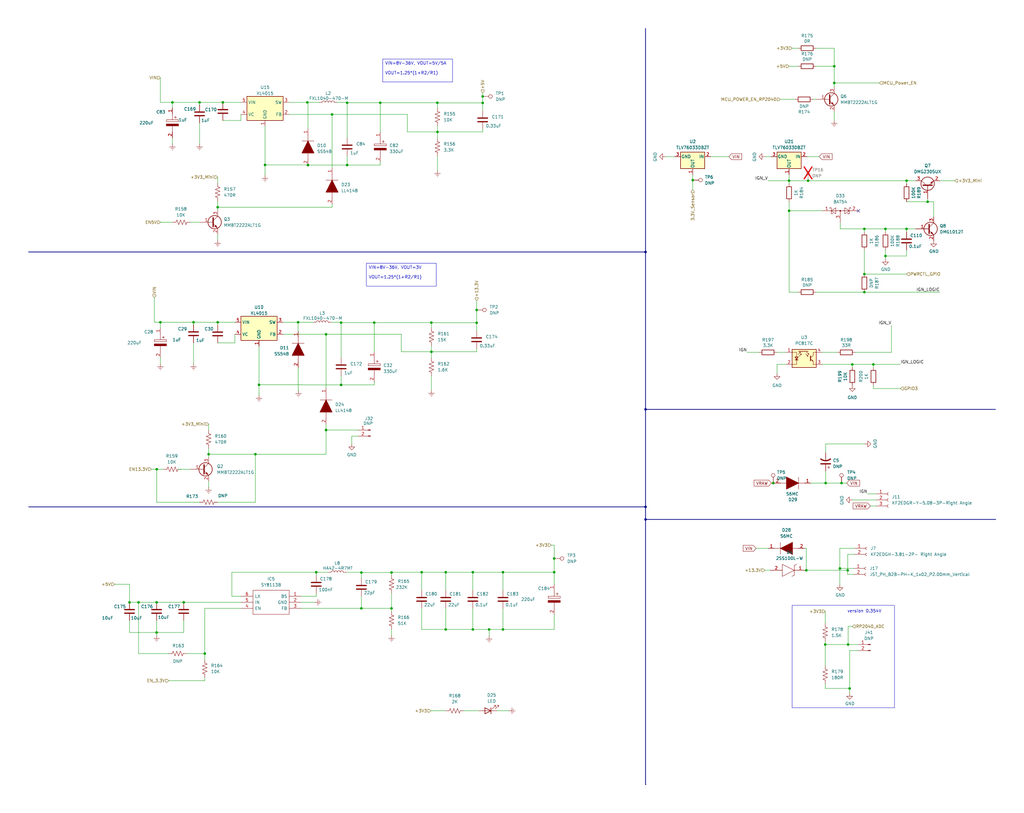
<source format=kicad_sch>
(kicad_sch (version 20231120) (generator "eeschema") (generator_version "8.0")
  (paper "User" 431.8 342.9)
  (junction (at 77.47 254))
  (junction (at 87.9567 191.5238))
  (junction (at 109.22 162.2591))
  (junction (at 66.04 266.7))
  (junction (at 382.27 96.52))
  (junction (at 272.2111 219.027))
  (junction (at 81.6019 135.89))
  (junction (at 326.0562 203.7098))
  (junction (at 133.35 241.3))
  (junction (at 272.2111 172.6156))
  (junction (at 66.04 254))
  (junction (at 200.9867 136.109))
  (junction (at 212.09 265.43))
  (junction (at 84.1419 43.18))
  (junction (at 160.3467 43.3232))
  (junction (at 181.9367 148.3438))
  (junction (at 129.5952 43.18))
  (junction (at 272.2111 106.2507))
  (junction (at 91.7921 135.89))
  (junction (at 351.79 34.9836))
  (junction (at 332.74 76.2))
  (junction (at 137.4867 181.3307))
  (junction (at 357.6299 271.78))
  (junction (at 364.49 96.52))
  (junction (at 373.38 96.52))
  (junction (at 72.7125 43.18))
  (junction (at 184.4767 55.6338))
  (junction (at 212.09 241.3))
  (junction (at 373.38 107.95))
  (junction (at 347.98 271.78))
  (junction (at 292.1 75.9559))
  (junction (at 351.79 27.94))
  (junction (at 203.5267 40.6677))
  (junction (at 137.4867 140.97))
  (junction (at 354.1571 239.698))
  (junction (at 111.76 69.5491))
  (junction (at 107.7044 191.5238))
  (junction (at 165.1 241.4213))
  (junction (at 364.49 115.57))
  (junction (at 348.152 203.7098))
  (junction (at 152.4 241.4213))
  (junction (at 357.4474 240.4977))
  (junction (at 391.16 85.09))
  (junction (at 129.8667 69.6038))
  (junction (at 340.0248 240.4977))
  (junction (at 206.248 265.43))
  (junction (at 177.8 241.3))
  (junction (at 200.9867 130.7165))
  (junction (at 340.7506 76.2))
  (junction (at 233.68 241.3))
  (junction (at 364.49 123.19))
  (junction (at 358.2651 290.3061))
  (junction (at 143.8367 162.3138))
  (junction (at 187.96 265.43))
  (junction (at 66.0848 197.8738))
  (junction (at 91.7667 87.3838))
  (junction (at 152.4 256.54))
  (junction (at 146.3767 43.3232))
  (junction (at 140.0267 48.26))
  (junction (at 199.39 241.3))
  (junction (at 67.6367 135.89))
  (junction (at 54.61 254))
  (junction (at 354.8526 203.7098))
  (junction (at 157.8067 136.0332))
  (junction (at 181.8942 136.0332))
  (junction (at 143.8367 136.0332))
  (junction (at 382.27 76.2))
  (junction (at 93.98 43.18))
  (junction (at 86.36 275.59))
  (junction (at 368.3 153.67))
  (junction (at 58.42 254))
  (junction (at 272.2111 213.7291))
  (junction (at 359.41 153.67))
  (junction (at 125.6954 135.89))
  (junction (at 203.5267 43.399))
  (junction (at 332.74 88.9))
  (junction (at 165.1 256.54))
  (junction (at 187.96 241.3))
  (junction (at 146.3767 69.6038))
  (junction (at 184.4342 43.3232))
  (junction (at 233.68 235.5096))
  (junction (at 199.39 265.43))
  (no_connect (at 361.95 88.9))
  (wire (pts (xy 81.6019 135.89) (xy 91.7921 135.89)))
  (wire (pts (xy 86.36 275.59) (xy 86.36 278.13)))
  (wire (pts (xy 140.0267 87.3838) (xy 140.0267 86.1138)))
  (wire (pts (xy 91.7667 88.6167) (xy 91.7825 88.6167)))
  (wire (pts (xy 177.8 241.3) (xy 165.1 241.3)))
  (wire (pts (xy 129.8667 54.3638) (xy 129.8667 43.18)))
  (wire (pts (xy 375.92 148.59) (xy 360.68 148.59)))
  (wire (pts (xy 181.61 299.72) (xy 187.96 299.72)))
  (wire (pts (xy 137.4867 178.8238) (xy 137.4867 181.3307)))
  (wire (pts (xy 97.79 251.46) (xy 97.79 241.3)))
  (wire (pts (xy 143.8367 158.5038) (xy 143.8367 162.3138)))
  (wire (pts (xy 344.17 20.32) (xy 351.79 20.32)))
  (wire (pts (xy 133.35 241.3) (xy 133.35 242.57)))
  (wire (pts (xy 58.42 254) (xy 66.04 254)))
  (wire (pts (xy 332.74 76.2) (xy 340.7506 76.2)))
  (wire (pts (xy 111.76 69.5491) (xy 111.76 73.1676)))
  (wire (pts (xy 169.2367 148.3438) (xy 181.9367 148.3438)))
  (wire (pts (xy 203.5267 40.6677) (xy 203.5267 43.399)))
  (wire (pts (xy 368.3 154.94) (xy 368.3 153.67)))
  (wire (pts (xy 344.17 123.19) (xy 364.49 123.19)))
  (wire (pts (xy 203.5267 43.399) (xy 203.5267 46.7438)))
  (wire (pts (xy 157.8067 162.3138) (xy 143.8367 162.3138)))
  (wire (pts (xy 165.1 241.3) (xy 165.1 241.4213)))
  (bus (pts (xy 272.2111 172.6156) (xy 419.7618 172.6156)))
  (wire (pts (xy 81.6019 137.16) (xy 81.6067 137.16)))
  (wire (pts (xy 357.4474 240.4977) (xy 357.4474 242.238)))
  (wire (pts (xy 54.61 266.7) (xy 66.04 266.7)))
  (wire (pts (xy 280.67 66.04) (xy 284.48 66.04)))
  (wire (pts (xy 341.802 203.7098) (xy 348.152 203.7098)))
  (wire (pts (xy 80.3367 93.6967) (xy 80.3367 93.7338)))
  (wire (pts (xy 109.22 162.2591) (xy 109.22 165.8776)))
  (wire (pts (xy 91.7667 101.3538) (xy 91.7667 98.7767)))
  (wire (pts (xy 326.0562 203.7098) (xy 326.562 203.7098)))
  (wire (pts (xy 357.6299 264.16) (xy 357.6299 271.78)))
  (wire (pts (xy 137.4867 181.3307) (xy 151.13 181.3307)))
  (wire (pts (xy 111.76 53.34) (xy 111.76 69.5491)))
  (wire (pts (xy 199.39 256.54) (xy 199.39 265.43)))
  (wire (pts (xy 199.39 265.43) (xy 206.248 265.43)))
  (wire (pts (xy 351.79 20.32) (xy 351.79 27.94)))
  (wire (pts (xy 87.9542 191.5238) (xy 87.9542 192.835)))
  (wire (pts (xy 322.4983 240.462) (xy 322.4983 240.4977)))
  (wire (pts (xy 75.2542 197.915) (xy 75.2542 197.8738)))
  (wire (pts (xy 360.0575 242.238) (xy 357.4474 242.238)))
  (wire (pts (xy 195.58 299.72) (xy 201.93 299.72)))
  (wire (pts (xy 66.04 267.97) (xy 66.04 266.7)))
  (wire (pts (xy 346.71 148.59) (xy 353.06 148.59)))
  (wire (pts (xy 143.51 136.0332) (xy 143.8367 136.0332)))
  (wire (pts (xy 382.27 96.52) (xy 373.38 96.52)))
  (wire (pts (xy 143.8367 136.0332) (xy 157.8067 136.0332)))
  (wire (pts (xy 160.3467 55.6338) (xy 160.3467 43.3232)))
  (wire (pts (xy 91.7667 98.7767) (xy 91.7825 98.7767)))
  (wire (pts (xy 206.248 265.43) (xy 206.248 268.224)))
  (wire (pts (xy 84.1419 43.18) (xy 93.98 43.18)))
  (wire (pts (xy 199.39 241.3) (xy 187.96 241.3)))
  (wire (pts (xy 332.74 85.09) (xy 332.74 88.9)))
  (wire (pts (xy 165.1 257.81) (xy 165.1 256.54)))
  (wire (pts (xy 233.68 259.08) (xy 233.68 265.43)))
  (wire (pts (xy 132.0501 135.89) (xy 132.0501 135.8854)))
  (wire (pts (xy 121.92 43.18) (xy 129.5952 43.18)))
  (bus (pts (xy 12.0996 213.7291) (xy 272.2111 213.7291)))
  (wire (pts (xy 87.9567 178.8238) (xy 87.9567 181.3638)))
  (wire (pts (xy 66.04 254) (xy 77.47 254)))
  (wire (pts (xy 157.8067 161.0438) (xy 157.8067 162.3138)))
  (wire (pts (xy 209.55 299.72) (xy 214.63 299.72)))
  (wire (pts (xy 67.6367 138.1838) (xy 67.6367 135.89)))
  (wire (pts (xy 364.49 105.41) (xy 364.49 115.57)))
  (wire (pts (xy 87.9567 191.5238) (xy 107.7044 191.5238)))
  (wire (pts (xy 357.042 203.7098) (xy 354.8526 203.7098)))
  (wire (pts (xy 140.0267 48.26) (xy 140.0267 70.8738)))
  (wire (pts (xy 67.6367 135.89) (xy 81.6019 135.89)))
  (bus (pts (xy 12.0738 106.2507) (xy 272.2111 106.2507)))
  (wire (pts (xy 137.4867 181.3307) (xy 137.4867 191.5238)))
  (wire (pts (xy 54.61 261.62) (xy 54.61 266.7)))
  (wire (pts (xy 347.98 257.81) (xy 347.98 262.89)))
  (wire (pts (xy 332.74 76.2) (xy 332.74 77.47)))
  (wire (pts (xy 91.7667 74.6838) (xy 91.7667 77.2238)))
  (wire (pts (xy 101.6 251.46) (xy 97.79 251.46)))
  (wire (pts (xy 109.22 146.05) (xy 109.22 162.2591)))
  (wire (pts (xy 101.6 256.54) (xy 86.36 256.54)))
  (wire (pts (xy 133.35 241.3) (xy 138.43 241.3)))
  (wire (pts (xy 67.6367 93.7338) (xy 72.7167 93.7338)))
  (wire (pts (xy 382.27 105.41) (xy 382.27 107.95)))
  (wire (pts (xy 181.9367 148.3438) (xy 181.9367 150.8838)))
  (wire (pts (xy 137.4867 140.97) (xy 169.2367 140.97)))
  (wire (pts (xy 177.8 241.3) (xy 177.8 248.92)))
  (wire (pts (xy 187.96 241.3) (xy 177.8 241.3)))
  (wire (pts (xy 382.27 85.09) (xy 391.16 85.09)))
  (wire (pts (xy 331.47 153.67) (xy 327.66 153.67)))
  (bus (pts (xy 272.2111 219.027) (xy 419.7618 219.027)))
  (wire (pts (xy 347.98 290.3061) (xy 358.2651 290.3061)))
  (wire (pts (xy 157.8067 148.3438) (xy 157.8067 136.0332)))
  (wire (pts (xy 332.74 73.66) (xy 332.74 76.2)))
  (wire (pts (xy 332.74 27.94) (xy 336.55 27.94)))
  (wire (pts (xy 292.1 75.9559) (xy 292.1 73.66)))
  (wire (pts (xy 368.3 153.67) (xy 379.73 153.67)))
  (wire (pts (xy 65.0967 125.4838) (xy 65.0967 135.89)))
  (wire (pts (xy 212.09 256.54) (xy 212.09 265.43)))
  (wire (pts (xy 86.36 287.02) (xy 86.36 285.75)))
  (wire (pts (xy 171.7767 55.6338) (xy 184.4767 55.6338)))
  (wire (pts (xy 212.09 241.3) (xy 212.09 248.92)))
  (wire (pts (xy 78.74 275.59) (xy 86.36 275.59)))
  (wire (pts (xy 368.3 163.83) (xy 368.3 162.56)))
  (wire (pts (xy 165.1 250.19) (xy 165.1 256.54)))
  (wire (pts (xy 351.79 34.9836) (xy 351.79 36.83)))
  (wire (pts (xy 129.8667 69.5491) (xy 129.8667 69.6038)))
  (wire (pts (xy 314.96 148.59) (xy 320.04 148.59)))
  (wire (pts (xy 146.05 43.3232) (xy 146.3767 43.3232)))
  (wire (pts (xy 67.6367 150.8838) (xy 67.6367 153.4238)))
  (wire (pts (xy 354.1571 231.2377) (xy 354.1571 239.698)))
  (wire (pts (xy 93.98 50.8) (xy 101.6 50.8)))
  (wire (pts (xy 148.336 183.896) (xy 148.336 187.198)))
  (wire (pts (xy 373.38 107.95) (xy 373.38 109.22)))
  (wire (pts (xy 151.13 183.896) (xy 148.336 183.896)))
  (wire (pts (xy 184.4767 55.6338) (xy 184.4767 58.1738)))
  (wire (pts (xy 200.9867 136.109) (xy 200.9867 139.4538)))
  (wire (pts (xy 327.66 148.59) (xy 331.47 148.59)))
  (wire (pts (xy 184.4342 43.3232) (xy 184.4767 43.3232)))
  (wire (pts (xy 87.9542 205.4938) (xy 87.9567 205.4938)))
  (wire (pts (xy 212.09 241.3) (xy 199.39 241.3)))
  (wire (pts (xy 72.7125 58.1395) (xy 72.7125 60.7138)))
  (wire (pts (xy 357.4474 233.7777) (xy 357.4474 240.4977)))
  (wire (pts (xy 299.72 66.04) (xy 307.34 66.04)))
  (bus (pts (xy 272.2111 106.2507) (xy 272.2111 172.6156)))
  (wire (pts (xy 184.4767 53.0938) (xy 184.4767 55.6338)))
  (wire (pts (xy 81.6067 137.16) (xy 81.6067 136.9138)))
  (wire (pts (xy 332.74 88.9) (xy 332.74 123.19)))
  (wire (pts (xy 181.9367 148.3438) (xy 200.9867 148.3438)))
  (wire (pts (xy 325.292 203.7098) (xy 326.0562 203.7098)))
  (wire (pts (xy 87.9567 188.9838) (xy 87.9567 191.5238)))
  (wire (pts (xy 146.3767 65.7938) (xy 146.3767 69.6038)))
  (wire (pts (xy 129.8667 43.18) (xy 129.5952 43.18)))
  (wire (pts (xy 63.8267 197.8738) (xy 66.0848 197.8738)))
  (wire (pts (xy 109.22 162.2591) (xy 127.3267 162.2591)))
  (wire (pts (xy 233.68 229.87) (xy 233.68 235.5096)))
  (wire (pts (xy 360.0575 239.698) (xy 354.1571 239.698)))
  (wire (pts (xy 146.3767 43.3232) (xy 160.3467 43.3232)))
  (wire (pts (xy 54.61 254) (xy 58.42 254)))
  (wire (pts (xy 340.0248 231.2472) (xy 340.0248 240.4977)))
  (wire (pts (xy 65.0967 135.89) (xy 67.6367 135.89)))
  (wire (pts (xy 358.2651 290.3061) (xy 358.2651 292.3085)))
  (wire (pts (xy 396.24 76.2) (xy 402.59 76.2)))
  (wire (pts (xy 351.79 27.94) (xy 344.17 27.94)))
  (wire (pts (xy 354.1571 239.698) (xy 354.1571 246.5382)))
  (wire (pts (xy 101.6 50.8) (xy 101.6 48.26)))
  (wire (pts (xy 373.38 107.95) (xy 382.27 107.95)))
  (wire (pts (xy 77.47 254) (xy 101.6 254)))
  (wire (pts (xy 181.9367 138.1838) (xy 181.9367 136.0332)))
  (wire (pts (xy 152.4 241.3) (xy 152.4 241.4213)))
  (wire (pts (xy 334.01 20.32) (xy 336.55 20.32)))
  (wire (pts (xy 48.26 246.38) (xy 54.61 246.38)))
  (wire (pts (xy 181.9367 145.8038) (xy 181.9367 148.3438)))
  (wire (pts (xy 396.24 123.19) (xy 364.49 123.19)))
  (wire (pts (xy 111.76 69.5491) (xy 129.8667 69.5491)))
  (wire (pts (xy 160.3467 43.3232) (xy 184.4342 43.3232)))
  (wire (pts (xy 125.73 154.94) (xy 125.73 164.7013)))
  (wire (pts (xy 233.68 246.38) (xy 233.68 241.3)))
  (wire (pts (xy 199.39 241.3) (xy 199.39 248.92)))
  (wire (pts (xy 373.38 96.52) (xy 373.38 97.79)))
  (wire (pts (xy 200.9867 126.7538) (xy 200.9867 130.7165)))
  (wire (pts (xy 332.74 88.9) (xy 346.71 88.9)))
  (wire (pts (xy 200.9867 136.109) (xy 181.8942 136.109)))
  (wire (pts (xy 375.92 137.16) (xy 375.92 148.59)))
  (wire (pts (xy 84.1419 44.45) (xy 84.1419 43.18)))
  (bus (pts (xy 272.2111 213.7291) (xy 272.2111 219.027)))
  (wire (pts (xy 233.68 235.5096) (xy 233.68 241.3)))
  (wire (pts (xy 66.04 261.62) (xy 66.04 266.7)))
  (wire (pts (xy 359.41 153.67) (xy 359.41 154.94)))
  (wire (pts (xy 233.68 241.3) (xy 212.09 241.3)))
  (wire (pts (xy 184.4767 55.6338) (xy 203.5267 55.6338)))
  (wire (pts (xy 373.38 105.41) (xy 373.38 107.95)))
  (wire (pts (xy 119.38 140.97) (xy 137.4867 140.97)))
  (wire (pts (xy 203.5267 55.6338) (xy 203.5267 54.3638)))
  (wire (pts (xy 354.33 93.98) (xy 354.33 96.52)))
  (wire (pts (xy 187.96 241.3) (xy 187.96 248.92)))
  (wire (pts (xy 107.7044 211.7633) (xy 107.7044 191.5238)))
  (wire (pts (xy 347.98 271.78) (xy 347.98 280.67)))
  (wire (pts (xy 364.49 96.52) (xy 364.49 97.79)))
  (wire (pts (xy 127.3267 162.3138) (xy 143.8367 162.3138)))
  (wire (pts (xy 91.7667 87.3838) (xy 140.0267 87.3838)))
  (wire (pts (xy 84.1625 93.6967) (xy 80.3367 93.6967)))
  (wire (pts (xy 292.1 80.01) (xy 292.1 75.9559)))
  (wire (pts (xy 382.27 96.52) (xy 386.08 96.52)))
  (wire (pts (xy 322.4983 240.4977) (xy 324.7848 240.4977)))
  (wire (pts (xy 361.95 271.78) (xy 357.6299 271.78)))
  (wire (pts (xy 152.4 251.46) (xy 152.4 256.54)))
  (wire (pts (xy 75.2542 197.8738) (xy 76.5267 197.8738)))
  (wire (pts (xy 84.1467 44.45) (xy 84.1467 44.2038)))
  (wire (pts (xy 91.7921 144.6065) (xy 99.06 144.6065)))
  (wire (pts (xy 86.36 256.54) (xy 86.36 275.59)))
  (wire (pts (xy 160.3467 68.3338) (xy 160.3467 69.6038)))
  (wire (pts (xy 67.6367 32.7738) (xy 67.6367 43.18)))
  (wire (pts (xy 125.6954 135.89) (xy 132.0501 135.89)))
  (wire (pts (xy 354.33 96.52) (xy 364.49 96.52)))
  (wire (pts (xy 81.6067 144.5338) (xy 81.6067 153.4238)))
  (wire (pts (xy 91.7921 135.89) (xy 99.06 135.89)))
  (wire (pts (xy 151.13 181.3307) (xy 151.13 181.356)))
  (wire (pts (xy 184.4342 43.399) (xy 184.4342 43.3232)))
  (wire (pts (xy 361.95 274.32) (xy 358.2651 274.32)))
  (wire (pts (xy 360.4175 231.2377) (xy 354.1571 231.2377)))
  (wire (pts (xy 146.05 43.1754) (xy 146.05 43.3232)))
  (wire (pts (xy 66.0848 197.8738) (xy 68.9067 197.8738)))
  (wire (pts (xy 323.85 76.2) (xy 332.74 76.2)))
  (wire (pts (xy 87.9542 202.995) (xy 87.9542 205.4938)))
  (wire (pts (xy 233.68 265.43) (xy 212.09 265.43)))
  (wire (pts (xy 368.3 153.67) (xy 359.41 153.67)))
  (wire (pts (xy 71.12 287.02) (xy 86.36 287.02)))
  (wire (pts (xy 125.6954 139.7) (xy 125.73 139.7)))
  (bus (pts (xy 419.7618 219.027) (xy 419.7618 219.0275)))
  (wire (pts (xy 165.1 256.54) (xy 152.4 256.54)))
  (wire (pts (xy 160.3467 69.6038) (xy 146.3767 69.6038)))
  (wire (pts (xy 91.7921 135.89) (xy 91.7921 136.9865)))
  (wire (pts (xy 379.73 163.83) (xy 368.3 163.83)))
  (wire (pts (xy 382.27 76.2) (xy 386.08 76.2)))
  (wire (pts (xy 324.0139 231.2377) (xy 318.8165 231.2377)))
  (wire (pts (xy 109.2247 165.8776) (xy 109.2247 166.707)))
  (wire (pts (xy 187.96 265.43) (xy 199.39 265.43)))
  (wire (pts (xy 72.7125 45.4395) (xy 72.7125 43.18)))
  (wire (pts (xy 143.51 135.8854) (xy 139.6701 135.8854)))
  (wire (pts (xy 327.66 153.67) (xy 327.66 157.48)))
  (wire (pts (xy 133.35 250.19) (xy 133.35 251.46)))
  (wire (pts (xy 364.49 115.57) (xy 382.27 115.57)))
  (wire (pts (xy 358.2651 274.32) (xy 358.2651 290.3061)))
  (wire (pts (xy 393.7 85.09) (xy 391.16 85.09)))
  (wire (pts (xy 66.0848 211.7633) (xy 66.0848 197.8738)))
  (wire (pts (xy 357.4474 233.7777) (xy 360.4175 233.7777)))
  (wire (pts (xy 347.98 288.29) (xy 347.98 290.3061)))
  (wire (pts (xy 203.5267 39.1238) (xy 203.5267 40.6677)))
  (wire (pts (xy 66.04 266.7) (xy 77.47 266.7)))
  (wire (pts (xy 87.9542 191.5238) (xy 87.9567 191.5238)))
  (wire (pts (xy 181.8942 136.109) (xy 181.8942 136.0332)))
  (wire (pts (xy 58.42 275.59) (xy 58.42 254)))
  (wire (pts (xy 129.5952 43.18) (xy 129.5952 43.1754)))
  (wire (pts (xy 54.61 246.38) (xy 54.61 254)))
  (wire (pts (xy 232.41 229.87) (xy 233.68 229.87)))
  (wire (pts (xy 165.1 242.57) (xy 165.1 241.4213)))
  (wire (pts (xy 125.73 164.7013) (xy 125.8771 164.7013)))
  (wire (pts (xy 146.05 43.1754) (xy 142.2101 43.1754)))
  (wire (pts (xy 84.1515 211.7633) (xy 66.0848 211.7633)))
  (wire (pts (xy 140.0267 48.26) (xy 171.7767 48.26)))
  (bus (pts (xy 272.2111 330.8199) (xy 272.3431 330.8199)))
  (wire (pts (xy 121.92 48.26) (xy 140.0267 48.26)))
  (wire (pts (xy 347.98 270.51) (xy 347.98 271.78)))
  (wire (pts (xy 165.1 241.4213) (xy 152.4 241.4213)))
  (wire (pts (xy 342.9 41.91) (xy 344.17 41.91)))
  (wire (pts (xy 365.76 208.28) (xy 369.5252 208.28)))
  (wire (pts (xy 184.4767 45.4738) (xy 184.4767 43.3232)))
  (wire (pts (xy 111.7647 73.1676) (xy 111.7647 73.997)))
  (wire (pts (xy 152.4 256.54) (xy 127 256.54)))
  (wire (pts (xy 322.58 66.04) (xy 325.12 66.04)))
  (wire (pts (xy 129.5952 43.1754) (xy 134.5901 43.1754)))
  (wire (pts (xy 157.8067 136.0332) (xy 181.8942 136.0332)))
  (wire (pts (xy 348.152 187.1998) (xy 348.152 191.0098)))
  (wire (pts (xy 77.47 261.62) (xy 77.47 266.7)))
  (wire (pts (xy 137.4867 140.97) (xy 137.4867 163.5838)))
  (wire (pts (xy 206.248 265.43) (xy 212.09 265.43)))
  (wire (pts (xy 72.7125 60.7138) (xy 72.7167 60.7138)))
  (wire (pts (xy 324.0139 231.2472) (xy 324.0139 231.2377)))
  (wire (pts (xy 72.7125 43.18) (xy 84.1419 43.18)))
  (wire (pts (xy 382.27 97.79) (xy 382.27 96.52)))
  (wire (pts (xy 177.8 256.54) (xy 177.8 265.43)))
  (wire (pts (xy 143.8367 136.0332) (xy 143.8367 150.8838)))
  (wire (pts (xy 200.9867 148.3438) (xy 200.9867 147.0738)))
  (wire (pts (xy 359.41 210.82) (xy 369.5252 210.82)))
  (wire (pts (xy 359.41 264.16) (xy 357.6299 264.16)))
  (wire (pts (xy 99.06 144.6065) (xy 99.06 140.97)))
  (wire (pts (xy 146.3767 43.3232) (xy 146.3767 58.1738)))
  (wire (pts (xy 357.6299 271.78) (xy 347.98 271.78)))
  (wire (pts (xy 391.16 85.09) (xy 391.16 83.82)))
  (wire (pts (xy 373.38 96.52) (xy 364.49 96.52)))
  (wire (pts (xy 177.8 265.43) (xy 187.96 265.43)))
  (wire (pts (xy 129.8667 69.6038) (xy 146.3767 69.6038)))
  (wire (pts (xy 127.3267 162.2591) (xy 127.3267 162.3138)))
  (wire (pts (xy 340.36 66.04) (xy 345.44 66.04)))
  (wire (pts (xy 367.03 213.36) (xy 369.5252 213.36)))
  (wire (pts (xy 109.22 165.8776) (xy 109.2247 165.8776)))
  (bus (pts (xy 272.2111 219.027) (xy 272.2111 330.8199)))
  (wire (pts (xy 184.4767 65.7938) (xy 184.4767 71.8898)))
  (wire (pts (xy 84.1419 44.45) (xy 84.1467 44.45)))
  (wire (pts (xy 67.6367 43.18) (xy 72.7125 43.18)))
  (wire (pts (xy 351.79 34.9836) (xy 370.84 34.9836)))
  (wire (pts (xy 328.93 41.91) (xy 335.28 41.91)))
  (wire (pts (xy 187.96 256.54) (xy 187.96 265.43)))
  (bus (pts (xy 272.2111 172.6156) (xy 272.2111 213.7291)))
  (wire (pts (xy 71.12 275.59) (xy 58.42 275.59)))
  (wire (pts (xy 91.7667 87.3838) (xy 91.7667 88.6167)))
  (wire (pts (xy 200.9867 130.7165) (xy 200.9867 136.109)))
  (wire (pts (xy 169.2367 140.97) (xy 169.2367 148.3438)))
  (wire (pts (xy 203.5267 43.399) (xy 184.4342 43.399)))
  (wire (pts (xy 75.2542 197.915) (xy 80.3342 197.915)))
  (wire (pts (xy 91.7667 84.8438) (xy 91.7667 87.3838)))
  (wire (pts (xy 181.9367 158.5038) (xy 181.9367 164.5998)))
  (wire (pts (xy 81.6019 137.16) (xy 81.6019 135.89)))
  (wire (pts (xy 340.0248 240.4977) (xy 357.4474 240.4977)))
  (wire (pts (xy 351.79 27.94) (xy 351.79 34.9836)))
  (wire (pts (xy 171.7767 48.26) (xy 171.7767 55.6338)))
  (wire (pts (xy 133.35 251.46) (xy 127 251.46)))
  (wire (pts (xy 351.79 46.99) (xy 351.79 50.8)))
  (wire (pts (xy 146.05 241.3) (xy 152.4 241.3)))
  (wire (pts (xy 84.1467 51.8238) (xy 84.1467 60.7138)))
  (wire (pts (xy 348.152 203.7098) (xy 354.8526 203.7098)))
  (wire (pts (xy 107.7044 191.5238) (xy 137.4867 191.5238)))
  (wire (pts (xy 364.662 187.1998) (xy 348.152 187.1998)))
  (wire (pts (xy 165.1 265.43) (xy 165.1 267.97)))
  (wire (pts (xy 340.7506 76.2) (xy 382.27 76.2)))
  (wire (pts (xy 382.27 77.47) (xy 382.27 76.2)))
  (wire (pts (xy 119.38 135.89) (xy 125.6954 135.89)))
  (wire (pts (xy 127 254) (xy 132.8116 254)))
  (wire (pts (xy 348.152 198.6298) (xy 348.152 203.7098)))
  (wire (pts (xy 359.41 153.67) (xy 346.71 153.67)))
  (wire (pts (xy 181.8942 136.0332) (xy 181.9367 136.0332)))
  (wire (pts (xy 143.51 135.8854) (xy 143.51 136.0332)))
  (wire (pts (xy 336.55 123.19) (xy 332.74 123.19)))
  (wire (pts (xy 93.98 43.18) (xy 101.6 43.18)))
  (wire (pts (xy 339.2539 231.2472) (xy 340.0248 231.2472)))
  (bus (pts (xy 272.2111 12.0238) (xy 272.2111 106.2507)))
  (wire (pts (xy 152.4 241.4213) (xy 152.4 243.84)))
  (wire (pts (xy 393.7 85.09) (xy 393.7 91.44)))
  (wire (pts (xy 111.76 73.1676) (xy 111.7647 73.1676)))
  (wire (pts (xy 97.79 241.3) (xy 133.35 241.3)))
  (wire (pts (xy 91.7715 211.7633) (xy 107.7044 211.7633)))
  (wire (pts (xy 125.6954 135.89) (xy 125.6954 139.7)))
  (rectangle (start 334.01 255.27) (end 377.19 298.45))
  (text_box "VIN=8V-36V, VOUT=3V\n\nVOUT=1.25*(1+R2/R1)" (at 154.5047 111.0058 0) (size 29.464 9.652) (effects (font (size 1.27 1.27)) (justify left top)))
  (text_box "VIN=8V-36V, VOUT=5V/5A\n\nVOUT=1.25*(1+R2/R1)" (at 161.3627 24.8998 0) (size 29.464 9.652) (effects (font (size 1.27 1.27)) (justify left top)))
  (text "version 0.354V\n" (at 364.49 257.81 0) (effects (font (size 1.27 1.27))))
  (label "IGN_LOGIC" (at 379.73 153.67 0))
  (label "IGN" (at 365.76 208.28 180))
  (label "IGN_V" (at 323.85 76.2 180))
  (label "IGN_V" (at 375.92 137.16 180))
  (label "IGN_LOGIC" (at 396.24 123.19 180))
  (label "IGN" (at 314.96 148.59 180))
  (global_label "VIN" (shape input) (at 307.34 66.04 0) (property "Intersheetrefs" "${INTERSHEET_REFS}" (effects (hide yes))))
  (global_label "VIN" (shape input) (at 345.44 66.04 0) (property "Intersheetrefs" "${INTERSHEET_REFS}" (effects (hide yes))))
  (global_label "VRAW" (shape input) (at 367.03 213.36 180) (property "Intersheetrefs" "${INTERSHEET_REFS}" (effects (hide yes))))
  (global_label "VIN" (shape input) (at 318.8165 231.2377 180) (property "Intersheetrefs" "${INTERSHEET_REFS}" (effects (hide yes))))
  (global_label "VRAW" (shape input) (at 325.292 203.7098 180) (property "Intersheetrefs" "${INTERSHEET_REFS}" (effects (hide yes))))
  (global_label "VIN" (shape input) (at 357.042 203.7098 0) (property "Intersheetrefs" "${INTERSHEET_REFS}" (effects (hide yes))))
  (hierarchical_label "EN5V" (shape input) (at 67.6367 93.7338 180))
  (hierarchical_label "+3V3" (shape input) (at 334.01 20.32 180))
  (hierarchical_label "RP2040_ADC" (shape input) (at 359.41 264.16 0))
  (hierarchical_label "+5V" (shape input) (at 203.5267 39.1238 90))
  (hierarchical_label "GPIO3" (shape input) (at 379.73 163.83 0))
  (hierarchical_label "VIN" (shape input) (at 65.0967 125.4838 90))
  (hierarchical_label "EN_3.3V" (shape input) (at 71.12 287.02 180))
  (hierarchical_label "EN13.3V" (shape input) (at 63.8267 197.8738 180))
  (hierarchical_label "MCU_Power_EN" (shape input) (at 370.84 34.9836 0))
  (hierarchical_label "+3V3_Mini" (shape input) (at 91.7667 74.6838 180))
  (hierarchical_label "+3V3_Mini" (shape input) (at 87.9567 178.8238 180))
  (hierarchical_label "PWRCTL_GPIO" (shape input) (at 382.27 115.57 0))
  (hierarchical_label "+3V3" (shape input) (at 347.98 257.81 180))
  (hierarchical_label "+13.3V" (shape input) (at 200.9867 126.7538 90))
  (hierarchical_label "VIN" (shape input) (at 67.6367 32.7738 180))
  (hierarchical_label "+3V3" (shape input) (at 181.61 299.72 180))
  (hierarchical_label "+3V3" (shape input) (at 232.41 229.87 180))
  (hierarchical_label "+3V3_Mini" (shape input) (at 402.59 76.2 0))
  (hierarchical_label "+5V" (shape input) (at 332.74 27.94 180))
  (hierarchical_label "+13.3V" (shape input) (at 322.4983 240.462 180))
  (hierarchical_label "3.3V_Sensor" (shape input) (at 292.1 80.01 270))
  (hierarchical_label "+5V" (shape input) (at 48.26 246.38 180))
  (hierarchical_label "MCU_POWER_EN_RP2040" (shape input) (at 328.93 41.91 180))
  (symbol (lib_id "Device:R_US") (at 181.9367 154.6938 0) (unit 1)
    (property "Reference" "R162" (at 184.4767 153.4237 0) (effects (justify left)))
    (property "Value" "1.6K" (at 184.4767 155.9637 0) (effects (justify left)))
    (property "Footprint" "Resistor_SMD:R_0603_1608Metric" (effects (hide yes)))
    (property "Description" "Resistor, US symbol" (effects (hide yes)))
    (property "MPN" "0603WAF1601T5E" (effects (hide yes)))
  )
  (symbol (lib_id "Device:R") (at 323.85 148.59 270) (unit 1)
    (property "Reference" "R197" (at 323.85 143.3322 90))
    (property "Value" "3.3K" (at 323.85 145.6436 90))
    (property "Footprint" "Resistor_SMD:R_0603_1608Metric" (effects (hide yes)))
    (property "MPN" "0603WAF3301T5E" (effects (hide yes)))
  )
  (symbol (lib_id "power:GND") (at 280.67 66.04 270) (unit 1)
    (property "Reference" "#PWR0125" (effects (hide yes)))
    (property "Value" "GND" (at 276.2758 66.167 0))
  )
  (symbol (lib_id "Device:L") (at 135.8601 135.8854 90) (unit 1)
    (property "Reference" "L3" (at 135.8601 132.0754 90))
    (property "Value" "FXL1040-470-M" (at 136.0742 134.1794 90))
    (property "Footprint" "CYA1050-47UH:L_Bourns_SRR1208_12.7x12.7mm" (effects (hide yes)))
    (property "MPN" "HX CYA1050-47UH" (effects (hide yes)))
  )
  (symbol (lib_id "SS54B:SS54B") (at 129.8667 54.3638 270) (unit 1)
    (property "Reference" "D10" (at 133.6767 61.3488 90) (effects (justify left)))
    (property "Value" "SS54B" (at 133.6767 63.8888 90) (effects (justify left)))
    (property "Footprint" "Library:SS54B" (effects (hide yes)))
    (property "Datasheet" "https://datasheet.datasheetarchive.com/originals/distributors/Datasheets-3/DSA-43270.pdf" (effects (hide yes)))
    (property "Description" "HY Electronic Corp SS54B, SMT Rectifier Schottky Diode, 40V 5A, 2-Pin SMB" (effects (hide yes)))
    (property "Height" "2.44" (effects (hide yes)))
    (property "Manufacturer_Name" "HY Electronic" (effects (hide yes)))
    (property "Manufacturer_Part_Number" "SS54B" (effects (hide yes)))
    (property "MPN" "SS54B" (effects (hide yes)))
  )
  (symbol (lib_id "Device:R_US") (at 181.9367 141.9938 0) (unit 1)
    (property "Reference" "R161" (at 184.4767 140.7237 0) (effects (justify left)))
    (property "Value" "15K" (at 184.4767 143.2637 0) (effects (justify left)))
    (property "Footprint" "Resistor_SMD:R_0603_1608Metric" (effects (hide yes)))
    (property "Description" "Resistor, US symbol" (effects (hide yes)))
    (property "MPN" "0603WAF1502T5E" (effects (hide yes)))
  )
  (symbol (lib_id "Device:R_US") (at 72.7167 197.8738 90) (unit 1)
    (property "Reference" "R159" (at 72.4627 192.2858 90))
    (property "Value" "10K" (at 72.4627 194.8258 90))
    (property "Footprint" "Resistor_SMD:R_0603_1608Metric" (effects (hide yes)))
    (property "Description" "Resistor, US symbol" (effects (hide yes)))
    (property "MPN" "0603WAF1002T5E" (effects (hide yes)))
  )
  (symbol (lib_id "Connector:TestPoint") (at 292.1 75.9559 270) (unit 1)
    (property "Reference" "TP6" (at 297.18 74.6858 90) (effects (justify left)))
    (property "Value" "DNP" (at 297.18 77.2258 90) (effects (justify left)))
    (property "Footprint" "TestPoint:TestPoint_Pad_1.0x1.0mm" (effects (hide yes)))
    (property "Description" "test point" (effects (hide yes)))
  )
  (symbol (lib_id "Device:C") (at 187.96 252.73 180) (unit 1)
    (property "Reference" "C181" (at 189.484 250.444 0) (effects (justify right)))
    (property "Value" "22uF" (at 188.976 255.016 0) (effects (justify right)))
    (property "Footprint" "Capacitor_SMD:C_0603_1608Metric" (effects (hide yes)))
    (property "MPN" "CL10A226MQ8NRNC" (effects (hide yes)))
  )
  (symbol (lib_id "Device:R") (at 340.36 123.19 270) (unit 1)
    (property "Reference" "R185" (at 340.36 117.9322 90))
    (property "Value" "DNP" (at 340.36 120.2436 90))
    (property "Footprint" "Resistor_SMD:R_0603_1608Metric" (effects (hide yes)))
  )
  (symbol (lib_id "Diode:BAT54AW") (at 354.33 88.9 0) (unit 1)
    (property "Reference" "D33" (at 354.33 82.55 0))
    (property "Value" "BAT54" (at 354.33 85.09 0))
    (property "Footprint" "Package_TO_SOT_SMD:SOT-23" (effects (hide yes)))
    (property "MPN" "BAT54" (effects (hide yes)))
  )
  (symbol (lib_id "power:GND") (at 358.2651 292.3085 0) (unit 1)
    (property "Reference" "#PWR0237" (effects (hide yes)))
    (property "Value" "GND" (at 358.3921 296.7027 0))
  )
  (symbol (lib_id "Device:C") (at 177.8 252.73 180) (unit 1)
    (property "Reference" "C180" (at 179.324 250.444 0) (effects (justify right)))
    (property "Value" "22uF" (at 178.816 255.016 0) (effects (justify right)))
    (property "Footprint" "Capacitor_SMD:C_0603_1608Metric" (effects (hide yes)))
    (property "MPN" "CL10A226MQ8NRNC" (effects (hide yes)))
  )
  (symbol (lib_id "Device:R_US") (at 191.77 299.72 90) (unit 1)
    (property "Reference" "R168" (at 191.77 293.37 90))
    (property "Value" "2K" (at 191.77 295.91 90))
    (property "Footprint" "Resistor_SMD:R_0603_1608Metric" (effects (hide yes)))
    (property "Description" "Resistor, US symbol" (effects (hide yes)))
    (property "MPN" "0603WAF2001T5E" (effects (hide yes)))
  )
  (symbol (lib_id "Device:C") (at 152.4 247.65 180) (unit 1)
    (property "Reference" "C179" (at 153.924 245.364 0) (effects (justify right)))
    (property "Value" "22pF" (at 153.416 249.936 0) (effects (justify right)))
    (property "Footprint" "Capacitor_SMD:C_0603_1608Metric" (effects (hide yes)))
    (property "MPN" "CL10C220JB8NNNC" (effects (hide yes)))
  )
  (symbol (lib_id "Device:C") (at 133.35 246.38 180) (unit 1)
    (property "Reference" "C178" (at 134.874 244.094 0) (effects (justify right)))
    (property "Value" "100nF" (at 134.366 248.666 0) (effects (justify right)))
    (property "Footprint" "Capacitor_SMD:C_0603_1608Metric" (effects (hide yes)))
    (property "MPN" "0603B104K500NT" (effects (hide yes)))
  )
  (symbol (lib_id "Device:C") (at 54.61 257.81 180) (unit 1)
    (property "Reference" "C175" (at 48.006 255.778 0) (effects (justify right)))
    (property "Value" "10uF" (at 42.926 260.604 0) (effects (justify right)))
    (property "Footprint" "Capacitor_SMD:C_0603_1608Metric" (effects (hide yes)))
    (property "MPN" "CL10A106MO8NQNC" (effects (hide yes)))
  )
  (symbol (lib_id "power:Earth") (at 87.9567 205.4938 0) (unit 1)
    (property "Reference" "#PWR0193" (effects (hide yes)))
    (property "Value" "Earth" (effects (hide yes)))
    (property "Description" "Power symbol creates a global label with name \"Earth\"" (effects (hide yes)))
  )
  (symbol (lib_name "GND_1") (lib_id "power:GND") (at 148.336 187.198 0) (unit 1)
    (property "Reference" "#PWR0163" (effects (hide yes)))
    (property "Value" "GND" (at 148.336 191.77 0))
    (property "Description" "Power symbol creates a global label with name \"GND\" , ground" (effects (hide yes)))
  )
  (symbol (lib_id "power:GND") (at 393.7 101.6 0) (unit 1)
    (property "Reference" "#PWR0230" (effects (hide yes)))
    (property "Value" "GND" (at 393.827 105.9942 0))
  )
  (symbol (lib_id "Device:R") (at 340.36 27.94 270) (unit 1)
    (property "Reference" "R176" (at 340.36 22.6822 90))
    (property "Value" "DNP" (at 340.36 24.9936 90))
    (property "Footprint" "Resistor_SMD:R_0603_1608Metric" (effects (hide yes)))
  )
  (symbol (lib_id "Device:C") (at 382.27 101.6 180) (unit 1)
    (property "Reference" "C110" (at 383.794 99.314 0) (effects (justify right)))
    (property "Value" "0.1uF" (at 383.286 103.886 0) (effects (justify right)))
    (property "Footprint" "Capacitor_SMD:C_0603_1608Metric" (effects (hide yes)))
  )
  (symbol (lib_id "power:GND") (at 373.38 109.22 0) (unit 1)
    (property "Reference" "#PWR0229" (effects (hide yes)))
    (property "Value" "GND" (at 373.507 113.6142 0))
  )
  (symbol (lib_id "power:Earth") (at 81.6067 153.4238 0) (unit 1)
    (property "Reference" "#PWR0192" (effects (hide yes)))
    (property "Value" "Earth" (effects (hide yes)))
    (property "Description" "Power symbol creates a global label with name \"Earth\"" (effects (hide yes)))
  )
  (symbol (lib_id "power:GND") (at 322.58 66.04 270) (unit 1)
    (property "Reference" "#PWR0142" (effects (hide yes)))
    (property "Value" "GND" (at 318.1858 66.167 0))
  )
  (symbol (lib_id "Device:R") (at 382.27 81.28 180) (unit 1)
    (property "Reference" "R189" (at 387.5278 81.28 90))
    (property "Value" "100K" (at 385.2164 81.28 90))
    (property "Footprint" "Resistor_SMD:R_0603_1608Metric" (effects (hide yes)))
    (property "MPN" "0603WAF1003T5E" (effects (hide yes)))
  )
  (symbol (lib_id "Device:L") (at 142.24 241.3 90) (unit 1)
    (property "Reference" "L8" (at 142.24 237.49 90))
    (property "Value" "HA42-4R7MT" (at 142.4541 239.594 90))
    (property "Footprint" "Pro V3:Inductor_0402_4.7uH" (effects (hide yes)))
    (property "MPN" "HA42-4R7MT" (effects (hide yes)))
  )
  (symbol (lib_id "power:GND") (at 359.41 210.82 270) (unit 1)
    (property "Reference" "#PWR0207" (effects (hide yes)))
    (property "Value" "GND" (at 355.0158 210.947 0))
  )
  (symbol (lib_id "UWT1E331MNL1GS:UWT1E331MNL1GS") (at 160.3467 55.6338 270) (unit 1)
    (property "Reference" "C82" (at 164.1567 61.3488 90) (effects (justify left)))
    (property "Value" "330uF" (at 164.1567 63.8888 90) (effects (justify left)))
    (property "Footprint" "Capacitor_SMD:C_Elec_8x10.2" (effects (hide yes)))
    (property "Datasheet" "https://datasheet.lcsc.com/lcsc/2211031700_KNSCHA-RVT330UF25V167RV0055_C5246574.pdf" (effects (hide yes)))
    (property "Description" "Nichicon Aluminium Electrolytic Capacitor 330uF 25V dc 8mm WT Series, Surface Mount Electrolytic, +/-20% 8 (Dia.) x 10mm" (effects (hide yes)))
    (property "Height" "10.5" (effects (hide yes)))
    (property "Manufacturer_Name" "Nichicon" (effects (hide yes)))
    (property "Manufacturer_Part_Number" "RVT330UF25V167RV0055 " (effects (hide yes)))
    (property "MPN" "RVT1E331M0810" (effects (hide yes)))
  )
  (symbol (lib_id "Device:R_US") (at 76.5267 93.7338 90) (unit 1)
    (property "Reference" "R158" (at 76.2727 88.1458 90))
    (property "Value" "10K" (at 76.2727 90.6858 90))
    (property "Footprint" "Resistor_SMD:R_0603_1608Metric" (effects (hide yes)))
    (property "Description" "Resistor, US symbol" (effects (hide yes)))
    (property "MPN" "0603WAF1002T5E" (effects (hide yes)))
  )
  (symbol (lib_id "SS54B:SS54B") (at 341.802 203.7098 180) (unit 1)
    (property "Reference" "D29" (at 334.33 210.6867 0))
    (property "Value" "S6MC" (at 334.1196 208.3024 0))
    (property "Footprint" "Diode_SMD:S6MC" (effects (hide yes)))
    (property "Datasheet" "https://www.lcsc.com/product-detail/Diodes-General-Purpose_Shandong-Jingdao-Microelectronics-S6MC_C382843.html" (effects (hide yes)))
    (property "Manufacturer_Part_Number" "SS54B" (effects (hide yes)))
    (property "Mouser Part Number" "S6MC" (effects (hide yes)))
    (property "MPN" "S6MC" (effects (hide yes)))
  )
  (symbol (lib_id "Device:R_US") (at 91.7667 81.0338 0) (unit 1)
    (property "Reference" "R157" (at 94.3067 79.7637 0) (effects (justify left)))
    (property "Value" "470R" (at 94.3067 82.3037 0) (effects (justify left)))
    (property "Footprint" "Resistor_SMD:R_0603_1608Metric" (effects (hide yes)))
    (property "Description" "Resistor, US symbol" (effects (hide yes)))
    (property "MPN" "0603WAF4700T5E" (effects (hide yes)))
  )
  (symbol (lib_id "Device:R") (at 340.36 20.32 270) (unit 1)
    (property "Reference" "R175" (at 340.36 15.0622 90))
    (property "Value" "0R" (at 340.36 17.3736 90))
    (property "Footprint" "Resistor_SMD:R_0603_1608Metric" (effects (hide yes)))
    (property "MPN" "0603WAF0000T5E" (effects (hide yes)))
  )
  (symbol (lib_id "Connector:Conn_01x02_Pin") (at 156.21 181.356 0) (mirror y) (unit 1)
    (property "Reference" "J32" (at 155.575 176.53 0))
    (property "Value" "DNP " (at 155.702 178.562 0))
    (property "Footprint" "Connector_PinHeader_2.54mm:PinHeader_1x02_P2.54mm_Vertical" (effects (hide yes)))
    (property "Description" "Generic connector, single row, 01x02, script generated" (effects (hide yes)))
  )
  (symbol (lib_id "Device:C") (at 81.6067 140.7238 180) (unit 1)
    (property "Reference" "C29" (at 75.0027 138.6918 0) (effects (justify right)))
    (property "Value" "1uF" (at 72.7167 143.2638 0) (effects (justify right)))
    (property "Footprint" "Capacitor_SMD:C_0603_1608Metric" (effects (hide yes)))
    (property "MPN" "CL10A105KB8NNNC" (effects (hide yes)))
  )
  (symbol (lib_id "power:Earth") (at 72.7167 60.7138 0) (unit 1)
    (property "Reference" "#PWR0143" (effects (hide yes)))
    (property "Value" "Earth" (effects (hide yes)))
    (property "Description" "Power symbol creates a global label with name \"Earth\"" (effects (hide yes)))
  )
  (symbol (lib_id "UWT1H221MNL1GS:UWT1H221MNL1GS") (at 233.68 246.38 270) (unit 1)
    (property "Reference" "C184" (at 226.822 248.158 90) (effects (justify left)))
    (property "Value" "220uF" (at 219.71 252.73 90) (effects (justify left)))
    (property "Footprint" "Capacitor_SMD:CP_Elec_6.3x7.7" (effects (hide yes)))
    (property "Datasheet" "https://datasheet.lcsc.com/lcsc/2108241130_KNSCHA-RVT220UF16V67RV0015_C2887273.pdf" (effects (hide yes)))
    (property "Description" "Capacitor lytic SMD WT Series 50V 220uF" (effects (hide yes)))
    (property "Height" "7.7" (effects (hide yes)))
    (property "Manufacturer_Part_Number" "RVT220UF16V67RV0015" (effects (hide yes)))
    (property "MPN" "RVT220UF16V67RV0015" (effects (hide yes)))
  )
  (symbol (lib_id "power:Earth") (at 109.2247 166.707 0) (mirror y) (unit 1)
    (property "Reference" "#PWR0194" (effects (hide yes)))
    (property "Value" "Earth" (effects (hide yes)))
    (property "Description" "Power symbol creates a global label with name \"Earth\"" (effects (hide yes)))
  )
  (symbol (lib_id "Connector:TestPoint") (at 354.8526 203.7098 0) (unit 1)
    (property "Reference" "TP4" (at 357.1854 199.1377 0) (effects (justify left)))
    (property "Value" "DNP" (at 357.1854 201.6777 0) (effects (justify left)))
    (property "Footprint" "TestPoint:TestPoint_Pad_1.0x1.0mm" (effects (hide yes)))
    (property "Description" "test point" (effects (hide yes)))
  )
  (symbol (lib_id "Device:R") (at 373.38 101.6 180) (unit 1)
    (property "Reference" "R188" (at 378.6378 101.6 90))
    (property "Value" "100K" (at 376.3264 101.6 90))
    (property "Footprint" "Resistor_SMD:R_0603_1608Metric" (effects (hide yes)))
    (property "MPN" "0603WAF1003T5E" (effects (hide yes)))
  )
  (symbol (lib_id "Device:R_US") (at 86.36 281.94 0) (unit 1)
    (property "Reference" "R164" (at 88.9 280.6699 0) (effects (justify left)))
    (property "Value" "10K" (at 88.9 283.2099 0) (effects (justify left)))
    (property "Footprint" "Resistor_SMD:R_0603_1608Metric" (effects (hide yes)))
    (property "Description" "Resistor, US symbol" (effects (hide yes)))
    (property "MPN" "0603WAF1002T5E" (effects (hide yes)))
  )
  (symbol (lib_id "power:GND") (at 359.41 162.56 0) (unit 1)
    (property "Reference" "#PWR0248" (effects (hide yes)))
    (property "Value" "GND" (at 359.41 167.64 0))
    (property "Description" "Power symbol creates a global label with name \"GND\" , ground" (effects (hide yes)))
  )
  (symbol (lib_id "SS54B:SS54B") (at 140.0267 70.8738 270) (unit 1)
    (property "Reference" "D23" (at 143.8367 77.8588 90) (effects (justify left)))
    (property "Value" "LL4148" (at 143.8367 80.3988 90) (effects (justify left)))
    (property "Footprint" "Pro V3:LL4148" (effects (hide yes)))
    (property "Datasheet" "https://www.onsemi.com/pdf/datasheet/ll4148-d.pdf" (effects (hide yes)))
    (property "MPN" "LL4148" (effects (hide yes)))
  )
  (symbol (lib_id "Device:R_US") (at 74.93 275.59 90) (unit 1)
    (property "Reference" "R163" (at 75.184 272.288 90))
    (property "Value" "DNP" (at 74.93 278.892 90))
    (property "Footprint" "Resistor_SMD:R_0603_1608Metric" (effects (hide yes)))
    (property "Description" "Resistor, US symbol" (effects (hide yes)))
  )
  (symbol (lib_id "Device:C") (at 200.9867 143.2638 180) (unit 1)
    (property "Reference" "C174" (at 204.7967 141.9937 0) (effects (justify right)))
    (property "Value" "0.33uF " (at 202.2567 145.8038 0) (effects (justify right)))
    (property "Footprint" "Capacitor_SMD:C_0603_1608Metric" (effects (hide yes)))
  )
  (symbol (lib_id "power:Earth") (at 125.8771 164.7013 0) (mirror y) (unit 1)
    (property "Reference" "#PWR0227" (effects (hide yes)))
    (property "Value" "Earth" (effects (hide yes)))
    (property "Description" "Power symbol creates a global label with name \"Earth\"" (effects (hide yes)))
  )
  (symbol (lib_id "Connector:TestPoint") (at 200.9867 130.7165 270) (unit 1)
    (property "Reference" "TP2" (at 206.4241 129.4464 90) (effects (justify left)))
    (property "Value" "DNP" (at 206.4241 131.9864 90) (effects (justify left)))
    (property "Footprint" "TestPoint:TestPoint_Pad_1.0x1.0mm" (effects (hide yes)))
    (property "Description" "test point" (effects (hide yes)))
  )
  (symbol (lib_id "power:Earth") (at 111.7647 73.997 0) (unit 1)
    (property "Reference" "#PWR040" (effects (hide yes)))
    (property "Value" "Earth" (effects (hide yes)))
    (property "Description" "Power symbol creates a global label with name \"Earth\"" (effects (hide yes)))
  )
  (symbol (lib_id "UWT1H221MNL1GS:UWT1H221MNL1GS") (at 72.7125 45.4395 270) (unit 1)
    (property "Reference" "C83" (at 65.8545 47.2175 90) (effects (justify left)))
    (property "Value" "220uF" (at 58.7425 51.7895 90) (effects (justify left)))
    (property "Footprint" "Capacitor_SMD:C_Elec_10x10.2" (effects (hide yes)))
    (property "Datasheet" "https://datasheet.lcsc.com/lcsc/2108241130_KNSCHA-RVT220UF50V67RV0021_C2887271.pdf" (effects (hide yes)))
    (property "Description" " 220uF 50V 230mA@120Hz ±20% SMD,D10xL10.2mm Aluminum Electrolytic Capacitors - SMD ROHS" (effects (hide yes)))
    (property "Height" "10.5" (effects (hide yes)))
    (property "Manufacturer_Part_Number" "RVT220UF50V67RV0021" (effects (hide yes)))
    (property "MPN" "RVT1H221M1010" (effects (hide yes)))
  )
  (symbol (lib_id "Device:C") (at 91.7921 140.7965 180) (unit 1)
    (property "Reference" "C30" (at 86.1787 138.6918 0) (effects (justify right)))
    (property "Value" "1uF" (at 82.6227 143.5178 0) (effects (justify right)))
    (property "Footprint" "Capacitor_SMD:C_0603_1608Metric" (effects (hide yes)))
    (property "MPN" "CL10A105KB8NNNC" (effects (hide yes)))
  )
  (symbol (lib_id "Connector:TestPoint") (at 340.7506 76.2 0) (unit 1) (dnp yes)
    (property "Reference" "TP16" (at 342.4379 71.6279 0) (effects (justify left)))
    (property "Value" "DNP" (at 342.4379 74.1679 0) (effects (justify left)))
    (property "Footprint" "TestPoint:TestPoint_Pad_1.0x1.0mm" (effects (hide yes)))
    (property "Description" "test point" (effects (hide yes)))
  )
  (symbol (lib_id "Connector:Conn_01x03_Socket") (at 374.6052 210.82 0) (unit 1)
    (property "Reference" "J11" (at 376.092 209.5499 0) (effects (justify left)))
    (property "Value" "KF2EDGR-Y-5.08-3P-Right Angle" (at 376.092 212.0899 0) (effects (justify left)))
    (property "Footprint" "Footprint:KF2EDGR-Y-5.08-3P-Right Angle" (effects (hide yes)))
    (property "Description" "Generic connector, single row, 01x03, script generated" (effects (hide yes)))
    (property "MPN" "KF2EDG -3P 5.08 封口 弯" (effects (hide yes)))
  )
  (symbol (lib_id "SS54B:SS54B") (at 137.4867 163.5838 270) (unit 1)
    (property "Reference" "D24" (at 141.2967 170.5688 90) (effects (justify left)))
    (property "Value" "LL4148" (at 141.2967 173.1088 90) (effects (justify left)))
    (property "Footprint" "Pro V3:LL4148" (effects (hide yes)))
    (property "Datasheet" "https://www.onsemi.com/pdf/datasheet/ll4148-d.pdf" (effects (hide yes)))
    (property "MPN" "LL4148" (effects (hide yes)))
  )
  (symbol (lib_id "Device:R") (at 364.49 119.38 180) (unit 1)
    (property "Reference" "R187" (at 369.7478 119.38 90))
    (property "Value" "DNP" (at 367.4364 119.38 90))
    (property "Footprint" "Resistor_SMD:R_0603_1608Metric" (effects (hide yes)))
  )
  (symbol (lib_id "power:Earth") (at 206.248 268.224 0) (unit 1)
    (property "Reference" "#PWR0200" (effects (hide yes)))
    (property "Value" "Earth" (effects (hide yes)))
    (property "Description" "Power symbol creates a global label with name \"Earth\"" (effects (hide yes)))
  )
  (symbol (lib_id "Device:R") (at 339.09 41.91 90) (unit 1)
    (property "Reference" "R174" (at 339.09 47.1678 90))
    (property "Value" "DNP" (at 339.09 44.8564 90))
    (property "Footprint" "Resistor_SMD:R_0603_1608Metric" (effects (hide yes)))
  )
  (symbol (lib_id "Device:L") (at 138.4001 43.1754 90) (unit 1)
    (property "Reference" "L2" (at 138.4001 39.3654 90))
    (property "Value" "FXL1040-470-M" (at 138.6142 41.4694 90))
    (property "Footprint" "CYA1050-47UH:L_Bourns_SRR1208_12.7x12.7mm" (effects (hide yes)))
    (property "MPN" "HX CYA1050-47UH" (effects (hide yes)))
  )
  (symbol (lib_name "SY8113B_1") (lib_id "SY8113B:SY8113B") (at 127 251.46 0) (mirror y) (unit 1)
    (property "Reference" "IC5" (at 114.3 244.094 0))
    (property "Value" "SY8113B" (at 114.3 246.634 0))
    (property "Footprint" "Library:SY8113B" (effects (hide yes)))
    (property "Datasheet" "https://www.olimex.com/Products/Breadboarding/BB-PWR-8113/resources/SY8113.pdf" (effects (hide yes)))
    (property "Description" "High Efficiency, 500kHz, 3A, 16V Input Synchronous Step Down Regulator" (effects (hide yes)))
    (property "Height" "1" (effects (hide yes)))
    (property "Manufacturer_Name" "Silergy" (effects (hide yes)))
    (property "Manufacturer_Part_Number" "SY8113B" (effects (hide yes)))
    (property "MPN" "SY8113B" (effects (hide yes)))
  )
  (symbol (lib_id "Device:R") (at 332.74 81.28 180) (unit 1)
    (property "Reference" "R184" (at 337.9978 81.28 90))
    (property "Value" "1K" (at 335.6864 81.28 90))
    (property "Footprint" "Resistor_SMD:R_0603_1608Metric" (effects (hide yes)))
    (property "MPN" "0603WAF1001T5E" (effects (hide yes)))
  )
  (symbol (lib_id "Device:C") (at 146.3767 61.9838 180) (unit 1)
    (property "Reference" "C84" (at 150.1867 60.7137 0) (effects (justify right)))
    (property "Value" "1uF" (at 147.6467 64.5238 0) (effects (justify right)))
    (property "Footprint" "Capacitor_SMD:C_0603_1608Metric" (effects (hide yes)))
    (property "MPN" "CL10A105KB8NNNC" (effects (hide yes)))
  )
  (symbol (lib_id "Device:R") (at 364.49 101.6 180) (unit 1)
    (property "Reference" "R186" (at 369.7478 101.6 90))
    (property "Value" "1K" (at 367.4364 101.6 90))
    (property "Footprint" "Resistor_SMD:R_0603_1608Metric" (effects (hide yes)))
    (property "MPN" "0603WAF1001T5E" (effects (hide yes)))
  )
  (symbol (lib_id "power:GND") (at 354.1571 246.5382 0) (unit 1)
    (property "Reference" "#PWR071" (effects (hide yes)))
    (property "Value" "GND" (at 354.2841 250.9324 0))
  )
  (symbol (lib_id "power:Earth") (at 67.6367 153.4238 0) (unit 1)
    (property "Reference" "#PWR06" (effects (hide yes)))
    (property "Value" "Earth" (effects (hide yes)))
    (property "Description" "Power symbol creates a global label with name \"Earth\"" (effects (hide yes)))
  )
  (symbol (lib_id "Device:C") (at 212.09 252.73 180) (unit 1)
    (property "Reference" "C183" (at 213.614 250.444 0) (effects (justify right)))
    (property "Value" "0.1uF" (at 213.106 255.016 0) (effects (justify right)))
    (property "Footprint" "Capacitor_SMD:C_0603_1608Metric" (effects (hide yes)))
  )
  (symbol (lib_id "Device:R") (at 356.87 148.59 270) (unit 1)
    (property "Reference" "R198" (at 356.87 143.3322 90))
    (property "Value" "33R" (at 356.87 145.6436 90))
    (property "Footprint" "Resistor_SMD:R_0603_1608Metric" (effects (hide yes)))
    (property "MPN" "0603WAF330JT5E" (effects (hide yes)))
  )
  (symbol (lib_id "Connector:Conn_01x02_Socket") (at 365.1375 239.698 0) (unit 1)
    (property "Reference" "J17" (at 366.67 239.6979 0) (effects (justify left)))
    (property "Value" "JST_PH_B2B-PH-K_1x02_P2.00mm_Vertical" (at 366.67 242.2379 0) (effects (justify left)))
    (property "Footprint" "Connector_JST:JST_PH_B2B-PH-K_1x02_P2.00mm_Vertical" (effects (hide yes)))
    (property "Description" "Generic connector, single row, 01x02, script generated" (effects (hide yes)))
    (property "MPN" "PH2.0 2P 直针" (effects (hide yes)))
  )
  (symbol (lib_id "Device:C") (at 143.8367 154.6938 180) (unit 1)
    (property "Reference" "C172" (at 147.6467 153.4237 0) (effects (justify right)))
    (property "Value" "1uF" (at 145.1067 157.2338 0) (effects (justify right)))
    (property "Footprint" "Capacitor_SMD:C_0603_1608Metric" (effects (hide yes)))
    (property "MPN" "CL10A105KB8NNNC" (effects (hide yes)))
  )
  (symbol (lib_id "power:Earth") (at 91.7667 101.3538 0) (unit 1)
    (property "Reference" "#PWR0148" (effects (hide yes)))
    (property "Value" "Earth" (effects (hide yes)))
    (property "Description" "Power symbol creates a global label with name \"Earth\"" (effects (hide yes)))
  )
  (symbol (lib_name "BC107_1") (lib_id "Transistor_BJT:BC107") (at 391.16 78.74 90) (unit 1)
    (property "Reference" "Q7" (at 391.16 69.85 90))
    (property "Value" "DMG2305UX" (at 391.16 72.39 90))
    (property "Footprint" "Package_TO_SOT_SMD:SOT-23" (effects (hide yes)))
    (property "Datasheet" "http://www.b-kainka.de/Daten/Transistor/BC108.pdf" (effects (hide yes)))
    (property "Description" "0.1A Ic, 50V Vce, Low Noise General Purpose NPN Transistor, TO-18" (effects (hide yes)))
    (property "MPN" "DMG2305UX" (effects (hide yes)))
  )
  (symbol (lib_id "UWT1H221MNL1GS:UWT1H221MNL1GS") (at 67.6367 138.1838 270) (unit 1)
    (property "Reference" "C28" (at 60.7787 139.9618 90) (effects (justify left)))
    (property "Value" "220uF" (at 53.6667 144.5338 90) (effects (justify left)))
    (property "Footprint" "Capacitor_SMD:C_Elec_10x10.2" (effects (hide yes)))
    (property "Datasheet" "https://datasheet.lcsc.com/lcsc/2108241130_KNSCHA-RVT220UF50V67RV0021_C2887271.pdf" (effects (hide yes)))
    (property "Description" " 220uF 50V 230mA@120Hz ±20% SMD,D10xL10.2mm Aluminum Electrolytic Capacitors - SMD ROHS" (effects (hide yes)))
    (property "Height" "10.5" (effects (hide yes)))
    (property "Manufacturer_Part_Number" "RVT220UF50V67RV0021" (effects (hide yes)))
    (property "MPN" "RVT1H221M1010" (effects (hide yes)))
  )
  (symbol (lib_id "Device:R_US") (at 87.9567 185.1738 0) (unit 1)
    (property "Reference" "R160" (at 90.4967 183.9037 0) (effects (justify left)))
    (property "Value" "470R" (at 90.4967 186.4437 0) (effects (justify left)))
    (property "Footprint" "Resistor_SMD:R_0603_1608Metric" (effects (hide yes)))
    (property "Description" "Resistor, US symbol" (effects (hide yes)))
    (property "MPN" "0603WAF4700T5E" (effects (hide yes)))
  )
  (symbol (lib_id "Connector:TestPoint") (at 203.5267 40.6677 270) (unit 1)
    (property "Reference" "TP1" (at 208.9641 39.3976 90) (effects (justify left)))
    (property "Value" "DNP" (at 208.9641 41.9376 90) (effects (justify left)))
    (property "Footprint" "TestPoint:TestPoint_Pad_1.0x1.0mm" (effects (hide yes)))
    (property "Description" "test point" (effects (hide yes)))
  )
  (symbol (lib_id "Device:R") (at 368.3 158.75 0) (unit 1)
    (property "Reference" "R200" (at 363.0422 158.75 90))
    (property "Value" "1K" (at 365.3536 158.75 90))
    (property "Footprint" "Resistor_SMD:R_0603_1608Metric" (effects (hide yes)))
    (property "MPN" "0603WAF1001T5E" (effects (hide yes)))
  )
  (symbol (lib_id "Device:R_US") (at 347.98 284.48 0) (unit 1)
    (property "Reference" "R179" (at 350.52 283.2099 0) (effects (justify left)))
    (property "Value" "180R" (at 350.52 285.7499 0) (effects (justify left)))
    (property "Footprint" "Resistor_SMD:R_0603_1608Metric" (effects (hide yes)))
    (property "Description" "Resistor, US symbol" (effects (hide yes)))
    (property "MPN" "0603WAF1800T5E" (effects (hide yes)))
  )
  (symbol (lib_id "Device:R_US") (at 184.4767 61.9838 0) (unit 1)
    (property "Reference" "R156" (at 187.0167 60.7137 0) (effects (justify left)))
    (property "Value" "3.3K" (at 187.0167 63.2537 0) (effects (justify left)))
    (property "Footprint" "Resistor_SMD:R_0603_1608Metric" (effects (hide yes)))
    (property "Description" "Resistor, US symbol" (effects (hide yes)))
    (property "MPN" "0603WAF3301T5E" (effects (hide yes)))
  )
  (symbol (lib_id "Device:R_US") (at 87.9615 211.7633 90) (unit 1)
    (property "Reference" "R173" (at 81.026 209.296 90))
    (property "Value" "DNP" (at 93.98 209.042 90))
    (property "Footprint" "Resistor_SMD:R_0603_1608Metric" (effects (hide yes)))
    (property "Description" "Resistor, US symbol" (effects (hide yes)))
  )
  (symbol (lib_name "LM1117-3.3_1") (lib_id "Regulator_Linear:LM1117-3.3") (at 332.74 66.04 0) (unit 1)
    (property "Reference" "U21" (at 332.74 59.69 0))
    (property "Value" "TLV76033DBZT" (at 332.74 62.23 0))
    (property "Footprint" "Package_TO_SOT_SMD:SOT-23" (effects (hide yes)))
    (property "Datasheet" "http://www.ti.com/lit/ds/symlink/lm1117.pdf" (effects (hide yes)))
    (property "MPN" "TLV76033DBZT" (effects (hide yes)))
  )
  (symbol (lib_id "Device:R") (at 359.41 158.75 0) (unit 1)
    (property "Reference" "R199" (at 354.1522 158.75 90))
    (property "Value" "10K" (at 356.4636 158.75 90))
    (property "Footprint" "Resistor_SMD:R_0603_1608Metric" (effects (hide yes)))
    (property "MPN" "0603WAF1002T5E" (effects (hide yes)))
  )
  (symbol (lib_id "Device:C") (at 84.1467 48.0138 180) (unit 1)
    (property "Reference" "C169" (at 77.5427 45.9818 0) (effects (justify right)))
    (property "Value" "1uF" (at 75.2567 50.5538 0) (effects (justify right)))
    (property "Footprint" "Capacitor_SMD:C_0603_1608Metric" (effects (hide yes)))
    (property "MPN" "CL10A105KB8NNNC" (effects (hide yes)))
  )
  (symbol (lib_id "Connector:TestPoint") (at 326.0562 203.7098 0) (unit 1)
    (property "Reference" "TP5" (at 327.601 199.1377 0) (effects (justify left)))
    (property "Value" "DNP" (at 327.601 201.6777 0) (effects (justify left)))
    (property "Footprint" "TestPoint:TestPoint_Pad_1.0x1.0mm" (effects (hide yes)))
    (property "Description" "test point" (effects (hide yes)))
  )
  (symbol (lib_id "Device:R_US") (at 184.4767 49.2838 0) (unit 1)
    (property "Reference" "R155" (at 187.0167 48.0137 0) (effects (justify left)))
    (property "Value" "10K" (at 187.0167 50.5537 0) (effects (justify left)))
    (property "Footprint" "Resistor_SMD:R_0603_1608Metric" (effects (hide yes)))
    (property "Description" "Resistor, US symbol" (effects (hide yes)))
    (property "MPN" "0603WAF1002T5E" (effects (hide yes)))
  )
  (symbol (lib_id "Device:C") (at 203.5267 50.5538 180) (unit 1)
    (property "Reference" "C171" (at 207.3367 49.2837 0) (effects (justify right)))
    (property "Value" "0.33uF " (at 204.7967 53.0938 0) (effects (justify right)))
    (property "Footprint" "Capacitor_SMD:C_0603_1608Metric" (effects (hide yes)))
  )
  (symbol (lib_id "Regulator_Switching:XL4015") (at 111.76 45.72 0) (unit 1)
    (property "Reference" "U15" (at 111.76 36.83 0))
    (property "Value" "XL4015" (at 111.76 39.37 0))
    (property "Footprint" "Package_TO_SOT_SMD:TO-263-5_TabPin3" (effects (hide yes)))
    (property "Datasheet" "http://www.xlsemi.net/datasheet/XL4015%20datasheet-English.pdf" (effects (hide yes)))
    (property "MPN" "XL4015" (effects (hide yes)))
  )
  (symbol (lib_name "BC107_1") (lib_id "Transistor_BJT:BC107") (at 391.16 96.52 0) (unit 1)
    (property "Reference" "Q8" (at 396.24 95.2499 0) (effects (justify left)))
    (property "Value" "DMG1012T" (at 396.24 97.7899 0) (effects (justify left)))
    (property "Footprint" "Package_TO_SOT_SMD:SOT-523" (effects (hide yes)))
    (property "Datasheet" "http://www.b-kainka.de/Daten/Transistor/BC108.pdf" (effects (hide yes)))
    (property "Description" "0.1A Ic, 50V Vce, Low Noise General Purpose NPN Transistor, TO-18" (effects (hide yes)))
    (property "MPN" "DMG1012T" (effects (hide yes)))
  )
  (symbol (lib_id "power:Earth") (at 184.4767 71.8898 0) (unit 1)
    (property "Reference" "#PWR0147" (effects (hide yes)))
    (property "Value" "Earth" (effects (hide yes)))
    (property "Description" "Power symbol creates a global label with name \"Earth\"" (effects (hide yes)))
  )
  (symbol (lib_id "UWT1E331MNL1GS:UWT1E331MNL1GS") (at 157.8067 148.3438 270) (unit 1)
    (property "Reference" "C32" (at 161.6167 154.0588 90) (effects (justify left)))
    (property "Value" "330uF" (at 161.6167 156.5988 90) (effects (justify left)))
    (property "Footprint" "Capacitor_SMD:C_Elec_8x10.2" (effects (hide yes)))
    (property "Datasheet" "https://datasheet.lcsc.com/lcsc/2211031700_KNSCHA-RVT330UF25V167RV0055_C5246574.pdf" (effects (hide yes)))
    (property "Description" "Nichicon Aluminium Electrolytic Capacitor 330uF 25V dc 8mm WT Series, Surface Mount Electrolytic, +/-20% 8 (Dia.) x 10mm" (effects (hide yes)))
    (property "Height" "10.5" (effects (hide yes)))
    (property "Manufacturer_Name" "Nichicon" (effects (hide yes)))
    (property "Manufacturer_Part_Number" "RVT330UF25V167RV0055 " (effects (hide yes)))
    (property "MPN" "RVT1E331M0810" (effects (hide yes)))
  )
  (symbol (lib_id "Device:R_US") (at 347.98 266.7 0) (unit 1)
    (property "Reference" "R178" (at 350.52 265.4299 0) (effects (justify left)))
    (property "Value" "1.5K" (at 350.52 267.9699 0) (effects (justify left)))
    (property "Footprint" "Resistor_SMD:R_0603_1608Metric" (effects (hide yes)))
    (property "Description" "Resistor, US symbol" (effects (hide yes)))
    (property "MPN" "0603WAF1501T5E" (effects (hide yes)))
  )
  (symbol (lib_id "Transistor_BJT:2N3055") (at 85.4142 197.915 0) (unit 1)
    (property "Reference" "Q2" (at 91.44 196.6449 0) (effects (justify left)))
    (property "Value" "MMBT2222ALT1G" (at 91.44 199.1849 0) (effects (justify left)))
    (property "Footprint" "Pro V3:MMBT2222ALT1G" (effects (hide yes)))
    (property "Datasheet" "https://datasheet.lcsc.com/lcsc/2304140030_onsemi-MMBT2222ALT1G_C82460.pdf" (effects (hide yes)))
    (property "Description" "40V 225mW 100@150mA,10V 600mA NPN SOT-23(TO-236) Bipolar Transistors - BJT ROHS" (effects (hide yes)))
    (property "MPN" "MMBT2222A" (effects (hide yes)))
  )
  (symbol (lib_id "Transistor_BJT:2N3055") (at 89.2425 93.6967 0) (unit 1)
    (property "Reference" "Q3" (at 94.3225 92.4266 0) (effects (justify left)))
    (property "Value" "MMBT2222ALT1G" (at 94.3225 94.9666 0) (effects (justify left)))
    (property "Footprint" "Pro V3:MMBT2222ALT1G" (effects (hide yes)))
    (property "Datasheet" "https://datasheet.lcsc.com/lcsc/2304140030_onsemi-MMBT2222ALT1G_C82460.pdf" (effects (hide yes)))
    (property "Description" "40V 225mW 100@150mA,10V 600mA NPN SOT-23(TO-236) Bipolar Transistors - BJT ROHS" (effects (hide yes)))
    (property "MPN" "MMBT2222A" (effects (hide yes)))
  )
  (symbol (lib_id "SS54B:SS54B") (at 324.0139 231.2472 0) (unit 1)
    (property "Reference" "D28" (at 331.6339 223.5241 0))
    (property "Value" "S6MC" (at 331.6339 226.0641 0))
    (property "Footprint" "Diode_SMD:S6MC" (effects (hide yes)))
    (property "Datasheet" "https://www.lcsc.com/product-detail/Diodes-General-Purpose_Shandong-Jingdao-Microelectronics-S6MC_C382843.html" (effects (hide yes)))
    (property "Manufacturer_Part_Number" "SS54B" (effects (hide yes)))
    (property "Mouser Part Number" "S6MC" (effects (hide yes)))
    (property "MPN" "S6MC" (effects (hide yes)))
  )
  (symbol (lib_id "Sensor_Proximity:SFH9201") (at 339.09 151.13 0) (unit 1)
    (property "Reference" "U3" (at 339.09 142.24 0))
    (property "Value" "PC817C" (at 339.09 144.78 0))
    (property "Footprint" "Footprint:PC817" (effects (hide yes)))
    (property "MPN" "PC817C_4PIN_SMD" (effects (hide yes)))
  )
  (symbol (lib_id "Device:C") (at 66.04 257.81 180) (unit 1)
    (property "Reference" "C176" (at 59.436 255.778 0) (effects (justify right)))
    (property "Value" "10uF" (at 55.118 260.604 0) (effects (justify right)))
    (property "Footprint" "Capacitor_SMD:C_0603_1608Metric" (effects (hide yes)))
    (property "MPN" "CL10A106MO8NQNC" (effects (hide yes)))
  )
  (symbol (lib_id "SS54B:SS54B") (at 125.73 139.7 90) (mirror x) (unit 1)
    (property "Reference" "D11" (at 121.92 146.685 90) (effects (justify left)))
    (property "Value" "SS54B" (at 121.92 149.225 90) (effects (justify left)))
    (property "Footprint" "Library:SS54B" (effects (hide yes)))
    (property "Datasheet" "https://datasheet.datasheetarchive.com/originals/distributors/Datasheets-3/DSA-43270.pdf" (effects (hide yes)))
    (property "Description" "HY Electronic Corp SS54B, SMT Rectifier Schottky Diode, 40V 5A, 2-Pin SMB" (effects (hide yes)))
    (property "Height" "2.44" (effects (hide yes)))
    (property "Manufacturer_Name" "HY Electronic" (effects (hide yes)))
    (property "Manufacturer_Part_Number" "SS54B" (effects (hide yes)))
    (property "MPN" "SS54B" (effects (hide yes)))
  )
  (symbol (lib_id "Connector:Conn_01x02_Pin") (at 367.03 271.78 0) (mirror y) (unit 1)
    (property "Reference" "J41" (at 366.395 266.7 0))
    (property "Value" "DNP" (at 366.395 269.24 0))
    (property "Footprint" "Connector_PinSocket_2.54mm:PinSocket_1x02_P2.54mm_Vertical_SMD_Pin1Left" (effects (hide yes)))
    (property "Description" "Generic connector, single row, 01x02, script generated" (effects (hide yes)))
  )
  (symbol (lib_id "power:GND") (at 327.66 157.48 0) (unit 1)
    (property "Reference" "#PWR0247" (effects (hide yes)))
    (property "Value" "GND" (at 327.66 162.56 0))
    (property "Description" "Power symbol creates a global label with name \"GND\" , ground" (effects (hide yes)))
  )
  (symbol (lib_id "Device:C") (at 199.39 252.73 180) (unit 1)
    (property "Reference" "C182" (at 200.914 250.444 0) (effects (justify right)))
    (property "Value" "0.1uF" (at 200.406 255.016 0) (effects (justify right)))
    (property "Footprint" "Capacitor_SMD:C_0603_1608Metric" (effects (hide yes)))
  )
  (symbol (lib_id "power:Earth") (at 165.1 267.97 0) (unit 1)
    (property "Reference" "#PWR0199" (effects (hide yes)))
    (property "Value" "Earth" (effects (hide yes)))
    (property "Description" "Power symbol creates a global label with name \"Earth\"" (effects (hide yes)))
  )
  (symbol (lib_id "Device:C_Polarized_US") (at 348.152 194.8198 180) (unit 1)
    (property "Reference" "C5" (at 351.2 194.1847 0) (effects (justify right)))
    (property "Value" "DNP" (at 351.2 196.7247 0) (effects (justify right)))
    (property "Footprint" "RP2040_minimal:FYD0H473ZF" (effects (hide yes)))
    (property "Description" "FYD0H473ZF" (effects (hide yes)))
  )
  (symbol (lib_id "power:Earth") (at 84.1467 60.7138 0) (unit 1)
    (property "Reference" "#PWR0141" (effects (hide yes)))
    (property "Value" "Earth" (effects (hide yes)))
    (property "Description" "Power symbol creates a global label with name \"Earth\"" (effects (hide yes)))
  )
  (symbol (lib_id "Device:R_US") (at 165.1 246.38 0) (unit 1)
    (property "Reference" "R165" (at 167.64 245.1099 0) (effects (justify left)))
    (property "Value" "232K" (at 166.878 247.65 0) (effects (justify left)))
    (property "Footprint" "Resistor_SMD:R_0603_1608Metric" (effects (hide yes)))
    (property "Description" "Resistor, US symbol" (effects (hide yes)))
    (property "MPN" "FRC0603F2323TS" (effects (hide yes)))
  )
  (symbol (lib_id "Device:C") (at 77.47 257.81 180) (unit 1)
    (property "Reference" "C177" (at 70.866 255.778 0) (effects (justify right)))
    (property "Value" "10uF" (at 66.548 260.35 0) (effects (justify right)))
    (property "Footprint" "Capacitor_SMD:C_0603_1608Metric" (effects (hide yes)))
    (property "MPN" "CL10A106MO8NQNC" (effects (hide yes)))
  )
  (symbol (lib_id "Device:LED") (at 205.74 299.72 180) (unit 1)
    (property "Reference" "D25" (at 207.3275 293.116 0))
    (property "Value" "LED" (at 207.3275 295.656 0))
    (property "Footprint" "LED_SMD:LED_0603_1608Metric" (effects (hide yes)))
    (property "Description" "Light emitting diode" (effects (hide yes)))
    (property "MPN" "0603 翠绿色 LED" (effects (hide yes)))
  )
  (symbol (lib_id "Connector:TestPoint") (at 233.68 235.5096 270) (unit 1)
    (property "Reference" "TP3" (at 239.1174 234.2395 90) (effects (justify left)))
    (property "Value" "DNP" (at 239.1174 236.7795 90) (effects (justify left)))
    (property "Footprint" "TestPoint:TestPoint_Pad_1.0x1.0mm" (effects (hide yes)))
    (property "Description" "test point" (effects (hide yes)))
  )
  (symbol (lib_id "Connector:Conn_01x02_Socket") (at 365.4975 231.2377 0) (unit 1)
    (property "Reference" "J7" (at 367.03 231.2376 0) (effects (justify left)))
    (property "Value" "KF2EDGH-3.81-2P- Right Angle" (at 367.03 233.7776 0) (effects (justify left)))
    (property "Footprint" "KF2EDGH:KF2EDGH-3.81-2P" (effects (hide yes)))
    (property "Description" "Generic connector, single row, 01x02, script generated" (effects (hide yes)))
    (property "MPN" "KF2EDGV-3.81 2p 直针" (effects (hide yes)))
  )
  (symbol (lib_id "2SS100LW:2SS100L-W") (at 340.0248 240.4977 180) (unit 1)
    (property "Reference" "D4" (at 332.9128 232.8777 0))
    (property "Value" "2SS100L-W" (at 332.9128 235.4177 0))
    (property "Footprint" "2SS100L-W:2SS100LW" (effects (hide yes)))
    (property "Datasheet" "https://componentsearchengine.com/Datasheets/1/2SS100L-W.pdf" (effects (hide yes)))
    (property "Description" "Schottky Diodes & Rectifiers 100V 2A SM SCHOTTKY Barrier Rectifier" (effects (hide yes)))
    (property "Height" "1" (effects (hide yes)))
    (property "Manufacturer_Name" "Rectron" (effects (hide yes)))
    (property "Manufacturer_Part_Number" "2SS100L-W" (effects (hide yes)))
    (property "Mouser Part Number" "583-2SS100L-W" (effects (hide yes)))
    (property "Mouser Price/Stock" "https://www.mouser.co.uk/ProductDetail/Rectron/2SS100L-W?qs=5aG0NVq1C4wsv0OtzLcEnw%3D%3D" (effects (hide yes)))
    (property "Arrow Part Number" "2SS100L-W" (effects (hide yes)))
    (property "Arrow Price/Stock" "https://www.arrow.com/en/products/2ss100l-w/rectron?region=nac" (effects (hide yes)))
    (property "MPN" "2SS100L-W" (effects (hide yes)))
  )
  (symbol (lib_id "Device:C") (at 93.98 46.99 180) (unit 1)
    (property "Reference" "C170" (at 86.36 46.228 0) (effects (justify right)))
    (property "Value" "1uF" (at 84.836 50.8 0) (effects (justify right)))
    (property "Footprint" "Capacitor_SMD:C_0603_1608Metric" (effects (hide yes)))
    (property "MPN" "CL10A105KB8NNNC" (effects (hide yes)))
  )
  (symbol (lib_id "Transistor_BJT:2N3055") (at 349.25 41.91 0) (unit 1)
    (property "Reference" "Q6" (at 354.33 40.6399 0) (effects (justify left)))
    (property "Value" "MMBT2222ALT1G" (at 354.33 43.1799 0) (effects (justify left)))
    (property "Footprint" "Pro V3:MMBT2222ALT1G" (effects (hide yes)))
    (property "Datasheet" "https://datasheet.lcsc.com/lcsc/2304140030_onsemi-MMBT2222ALT1G_C82460.pdf" (effects (hide yes)))
    (property "Description" "40V 225mW 100@150mA,10V 600mA NPN SOT-23(TO-236) Bipolar Transistors - BJT ROHS" (effects (hide yes)))
    (property "MPN" "MMBT2222A" (effects (hide yes)))
  )
  (symbol (lib_id "power:Earth") (at 214.63 299.72 90) (unit 1)
    (property "Reference" "#PWR0201" (effects (hide yes)))
    (property "Value" "Earth" (effects (hide yes)))
    (property "Description" "Power symbol creates a global label with name \"Earth\"" (effects (hide yes)))
  )
  (symbol (lib_id "power:Earth") (at 351.79 50.8 0) (unit 1)
    (property "Reference" "#PWR0232" (effects (hide yes)))
    (property "Value" "Earth" (effects (hide yes)))
    (property "Description" "Power symbol creates a global label with name \"Earth\"" (effects (hide yes)))
  )
  (symbol (lib_id "power:Earth") (at 132.8116 254 90) (unit 1)
    (property "Reference" "#PWR0198" (effects (hide yes)))
    (property "Value" "Earth" (effects (hide yes)))
    (property "Description" "Power symbol creates a global label with name \"Earth\"" (effects (hide yes)))
  )
  (symbol (lib_id "Device:R_US") (at 165.1 261.62 0) (unit 1)
    (property "Reference" "R166" (at 167.64 260.3499 0) (effects (justify left)))
    (property "Value" "51K" (at 167.64 262.8899 0) (effects (justify left)))
    (property "Footprint" "Resistor_SMD:R_0603_1608Metric" (effects (hide yes)))
    (property "Description" "Resistor, US symbol" (effects (hide yes)))
    (property "MPN" "0603WAF5102T5E" (effects (hide yes)))
  )
  (symbol (lib_name "LM1117-3.3_1") (lib_id "Regulator_Linear:LM1117-3.3") (at 292.1 66.04 0) (unit 1)
    (property "Reference" "U2" (at 292.1 59.69 0))
    (property "Value" "TLV76033DBZT" (at 292.1 62.23 0))
    (property "Footprint" "Package_TO_SOT_SMD:SOT-23" (effects (hide yes)))
    (property "Datasheet" "http://www.ti.com/lit/ds/symlink/lm1117.pdf" (effects (hide yes)))
    (property "MPN" "TLV76033DBZT" (effects (hide yes)))
  )
  (symbol (lib_id "power:Earth") (at 66.04 267.97 0) (unit 1)
    (property "Reference" "#PWR0197" (effects (hide yes)))
    (property "Value" "Earth" (effects (hide yes)))
    (property "Description" "Power symbol creates a global label with name \"Earth\"" (effects (hide yes)))
  )
  (symbol (lib_id "Regulator_Switching:XL4015") (at 109.22 138.43 0) (unit 1)
    (property "Reference" "U10" (at 109.22 129.54 0))
    (property "Value" "XL4015" (at 109.22 132.08 0))
    (property "Footprint" "Package_TO_SOT_SMD:TO-263-5_TabPin3" (effects (hide yes)))
    (property "Datasheet" "http://www.xlsemi.net/datasheet/XL4015%20datasheet-English.pdf" (effects (hide yes)))
    (property "MPN" "XL4015" (effects (hide yes)))
  )
  (symbol (lib_id "power:GND") (at 364.662 187.1998 90) (unit 1)
    (property "Reference" "#PWR0238" (effects (hide yes)))
    (property "Value" "GND" (at 369.0562 187.0728 0))
  )
  (symbol (lib_id "power:Earth") (at 181.9367 164.5998 0) (unit 1)
    (property "Reference" "#PWR0195" (effects (hide yes)))
    (property "Value" "Earth" (effects (hide yes)))
    (property "Description" "Power symbol creates a global label with name \"Earth\"" (effects (hide yes)))
  )
)
</source>
